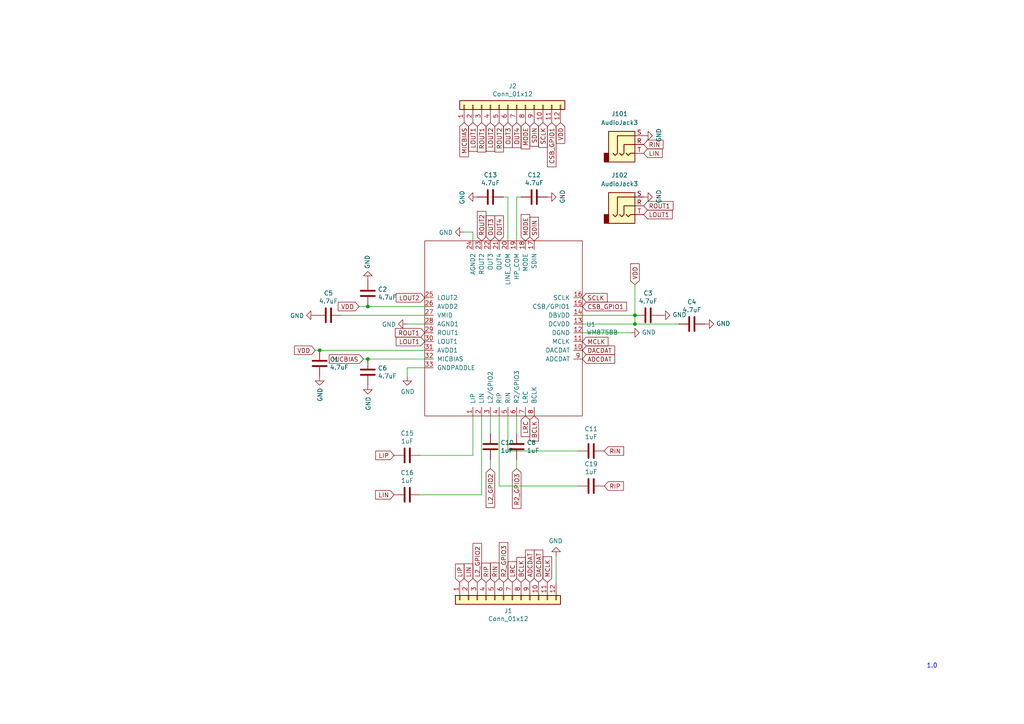
<source format=kicad_sch>
(kicad_sch (version 20211123) (generator eeschema)
  (paper "A4")
  (lib_symbols
    (symbol "Connector:AudioJack3"
      (property "Reference" "J" (at 0 8.89 0))
      (property "Value" "AudioJack3" (at 0 6.35 0))
      (symbol "AudioJack3_0_1"
        (rectangle (start -5.08 -5.08) (end -6.35 -2.54) (stroke (width 0.254)) (fill (type outline)))
        (polyline (pts (xy 0 -2.54) (xy 0.635 -3.175) (xy 1.27 -2.54) (xy 2.54 -2.54)) (stroke (width 0.254)))
        (polyline (pts (xy -1.905 -2.54) (xy -1.27 -3.175) (xy -0.635 -2.54) (xy -0.635 0) (xy 2.54 0)) (stroke (width 0.254)))
        (polyline (pts (xy 2.54 2.54) (xy -2.54 2.54) (xy -2.54 -2.54) (xy -3.175 -3.175) (xy -3.81 -2.54)) (stroke (width 0.254)))
        (rectangle (start 2.54 3.81) (end -5.08 -5.08) (stroke (width 0.254)) (fill (type background)))
      )
      (symbol "AudioJack3_1_1"
        (pin passive line (at 5.08 0 180) (length 2.54) (name "~") (number "R"))
        (pin passive line (at 5.08 2.54 180) (length 2.54) (name "~") (number "S"))
        (pin passive line (at 5.08 -2.54 180) (length 2.54) (name "~") (number "T"))
      )
    )
    (symbol "Connector_Generic:Conn_01x12" (pin_names (offset 1.016) hide)
      (property "Reference" "J" (at 0 15.24 0))
      (property "Value" "Conn_01x12" (at 0 -17.78 0))
      (symbol "Conn_01x12_1_1"
        (rectangle (start -1.27 -15.113) (end 0 -15.367) (stroke (width 0.1524)))
        (rectangle (start -1.27 -12.573) (end 0 -12.827) (stroke (width 0.1524)))
        (rectangle (start -1.27 -10.033) (end 0 -10.287) (stroke (width 0.1524)))
        (rectangle (start -1.27 -7.493) (end 0 -7.747) (stroke (width 0.1524)))
        (rectangle (start -1.27 -4.953) (end 0 -5.207) (stroke (width 0.1524)))
        (rectangle (start -1.27 -2.413) (end 0 -2.667) (stroke (width 0.1524)))
        (rectangle (start -1.27 0.127) (end 0 -0.127) (stroke (width 0.1524)))
        (rectangle (start -1.27 2.667) (end 0 2.413) (stroke (width 0.1524)))
        (rectangle (start -1.27 5.207) (end 0 4.953) (stroke (width 0.1524)))
        (rectangle (start -1.27 7.747) (end 0 7.493) (stroke (width 0.1524)))
        (rectangle (start -1.27 10.287) (end 0 10.033) (stroke (width 0.1524)))
        (rectangle (start -1.27 12.827) (end 0 12.573) (stroke (width 0.1524)))
        (rectangle (start -1.27 13.97) (end 1.27 -16.51) (stroke (width 0.254)) (fill (type background)))
        (pin passive line (at -5.08 12.7 0) (length 3.81) (name "Pin_1") (number "1"))
        (pin passive line (at -5.08 -10.16 0) (length 3.81) (name "Pin_10") (number "10"))
        (pin passive line (at -5.08 -12.7 0) (length 3.81) (name "Pin_11") (number "11"))
        (pin passive line (at -5.08 -15.24 0) (length 3.81) (name "Pin_12") (number "12"))
        (pin passive line (at -5.08 10.16 0) (length 3.81) (name "Pin_2") (number "2"))
        (pin passive line (at -5.08 7.62 0) (length 3.81) (name "Pin_3") (number "3"))
        (pin passive line (at -5.08 5.08 0) (length 3.81) (name "Pin_4") (number "4"))
        (pin passive line (at -5.08 2.54 0) (length 3.81) (name "Pin_5") (number "5"))
        (pin passive line (at -5.08 0 0) (length 3.81) (name "Pin_6") (number "6"))
        (pin passive line (at -5.08 -2.54 0) (length 3.81) (name "Pin_7") (number "7"))
        (pin passive line (at -5.08 -5.08 0) (length 3.81) (name "Pin_8") (number "8"))
        (pin passive line (at -5.08 -7.62 0) (length 3.81) (name "Pin_9") (number "9"))
      )
    )
    (symbol "Device:C" (pin_numbers hide) (pin_names (offset 0.254))
      (property "Reference" "C" (at 0.635 2.54 0))
      (property "Value" "C" (at 0.635 -2.54 0))
      (symbol "C_0_1"
        (polyline (pts (xy -2.032 -0.762) (xy 2.032 -0.762)) (stroke (width 0.508)))
        (polyline (pts (xy -2.032 0.762) (xy 2.032 0.762)) (stroke (width 0.508)))
      )
      (symbol "C_1_1"
        (pin passive line (at 0 3.81 270) (length 2.794) (name "~") (number "1"))
        (pin passive line (at 0 -3.81 90) (length 2.794) (name "~") (number "2"))
      )
    )
    (symbol "WM8758B_breakout:WM8758B" (pin_names (offset 1.016))
      (property "Reference" "U" (at -21.59 26.67 0))
      (property "Value" "WM8758B" (at 19.05 -26.67 0))
      (symbol "WM8758B_0_1"
        (rectangle (start -22.86 25.4) (end 22.86 -25.4))
      )
      (symbol "WM8758B_1_1"
        (pin unspecified line (at -8.89 -25.4 90) (length 2.54) (name "LIP") (number "1"))
        (pin unspecified line (at 22.86 -6.35 180) (length 2.54) (name "DACDAT") (number "10"))
        (pin unspecified line (at 22.86 -3.81 180) (length 2.54) (name "MCLK") (number "11"))
        (pin unspecified line (at 22.86 -1.27 180) (length 2.54) (name "DGND") (number "12"))
        (pin unspecified line (at 22.86 1.27 180) (length 2.54) (name "DCVDD") (number "13"))
        (pin unspecified line (at 22.86 3.81 180) (length 2.54) (name "DBVDD") (number "14"))
        (pin unspecified line (at 22.86 6.35 180) (length 2.54) (name "CSB/GPIO1") (number "15"))
        (pin unspecified line (at 22.86 8.89 180) (length 2.54) (name "SCLK") (number "16"))
        (pin unspecified line (at 8.89 25.4 270) (length 2.54) (name "SDIN") (number "17"))
        (pin unspecified line (at 6.35 25.4 270) (length 2.54) (name "MODE") (number "18"))
        (pin unspecified line (at 3.81 25.4 270) (length 2.54) (name "HP_COM") (number "19"))
        (pin unspecified line (at -6.35 -25.4 90) (length 2.54) (name "LIN") (number "2"))
        (pin unspecified line (at 1.27 25.4 270) (length 2.54) (name "LINE_COM") (number "20"))
        (pin unspecified line (at -1.27 25.4 270) (length 2.54) (name "OUT4") (number "21"))
        (pin unspecified line (at -3.81 25.4 270) (length 2.54) (name "OUT3") (number "22"))
        (pin unspecified line (at -6.35 25.4 270) (length 2.54) (name "ROUT2") (number "23"))
        (pin unspecified line (at -8.89 25.4 270) (length 2.54) (name "AGND2") (number "24"))
        (pin unspecified line (at -22.86 8.89 0) (length 2.54) (name "LOUT2") (number "25"))
        (pin unspecified line (at -22.86 6.35 0) (length 2.54) (name "AVDD2") (number "26"))
        (pin unspecified line (at -22.86 3.81 0) (length 2.54) (name "VMID") (number "27"))
        (pin unspecified line (at -22.86 1.27 0) (length 2.54) (name "AGND1") (number "28"))
        (pin unspecified line (at -22.86 -1.27 0) (length 2.54) (name "ROUT1") (number "29"))
        (pin unspecified line (at -3.81 -25.4 90) (length 2.54) (name "L2/GPIO2") (number "3"))
        (pin unspecified line (at -22.86 -3.81 0) (length 2.54) (name "LOUT1") (number "30"))
        (pin unspecified line (at -22.86 -6.35 0) (length 2.54) (name "AVDD1") (number "31"))
        (pin unspecified line (at -22.86 -8.89 0) (length 2.54) (name "MICBIAS") (number "32"))
        (pin unspecified line (at -22.86 -11.43 0) (length 2.54) (name "GNDPADDLE") (number "33"))
        (pin unspecified line (at -1.27 -25.4 90) (length 2.54) (name "RIP") (number "4"))
        (pin unspecified line (at 1.27 -25.4 90) (length 2.54) (name "RIN") (number "5"))
        (pin unspecified line (at 3.81 -25.4 90) (length 2.54) (name "R2/GPIO3") (number "6"))
        (pin unspecified line (at 6.35 -25.4 90) (length 2.54) (name "LRC") (number "7"))
        (pin unspecified line (at 8.89 -25.4 90) (length 2.54) (name "BCLK") (number "8"))
        (pin unspecified line (at 22.86 -8.89 180) (length 2.54) (name "ADCDAT") (number "9"))
      )
    )
    (symbol "power:GND" (power) (pin_names (offset 0))
      (property "Value" "GND" (at 0 -3.81 0))
      (symbol "GND_0_1"
        (polyline (pts (xy 0 0) (xy 0 -1.27) (xy 1.27 -1.27) (xy 0 -2.54) (xy -1.27 -1.27) (xy 0 -1.27)))
      )
      (symbol "GND_1_1"
        (pin power_in line (at 0 0 270) (length 0) hide (name "GND") (number "1"))
      )
    )
  )
  (junction (at 106.68 88.9))
  (junction (at 106.68 104.14))
  (junction (at 92.71 101.6))
  (junction (at 184.15 91.44))
  (junction (at 184.15 93.98))
  (wire (pts (xy 161.29 161.29) (xy 161.29 168.91)))
  (wire (pts (xy 167.64 140.97) (xy 144.78 140.97)))
  (wire (pts (xy 121.92 132.08) (xy 137.16 132.08)))
  (wire (pts (xy 147.32 57.15) (xy 146.05 57.15)))
  (wire (pts (xy 139.7 143.51) (xy 139.7 120.65)))
  (wire (pts (xy 184.15 82.55) (xy 184.15 91.44)))
  (wire (pts (xy 147.32 69.85) (xy 147.32 57.15)))
  (wire (pts (xy 118.11 106.68) (xy 123.19 106.68)))
  (wire (pts (xy 142.24 133.35) (xy 142.24 135.89)))
  (wire (pts (xy 184.15 91.44) (xy 184.15 93.98)))
  (wire (pts (xy 137.16 132.08) (xy 137.16 120.65)))
  (wire (pts (xy 144.78 140.97) (xy 144.78 120.65)))
  (wire (pts (xy 184.15 93.98) (xy 196.85 93.98)))
  (wire (pts (xy 106.68 88.9) (xy 123.19 88.9)))
  (wire (pts (xy 134.62 67.31) (xy 137.16 67.31)))
  (wire (pts (xy 149.86 69.85) (xy 149.86 57.15)))
  (wire (pts (xy 104.14 88.9) (xy 106.68 88.9)))
  (wire (pts (xy 182.88 96.52) (xy 168.91 96.52)))
  (wire (pts (xy 142.24 125.73) (xy 142.24 120.65)))
  (wire (pts (xy 92.71 101.6) (xy 123.19 101.6)))
  (wire (pts (xy 118.11 93.98) (xy 123.19 93.98)))
  (wire (pts (xy 105.41 104.14) (xy 106.68 104.14)))
  (wire (pts (xy 168.91 91.44) (xy 184.15 91.44)))
  (wire (pts (xy 168.91 93.98) (xy 184.15 93.98)))
  (wire (pts (xy 91.44 101.6) (xy 92.71 101.6)))
  (wire (pts (xy 149.86 125.73) (xy 149.86 120.65)))
  (wire (pts (xy 167.64 130.81) (xy 147.32 130.81)))
  (wire (pts (xy 137.16 67.31) (xy 137.16 69.85)))
  (wire (pts (xy 149.86 57.15) (xy 151.13 57.15)))
  (wire (pts (xy 121.92 143.51) (xy 139.7 143.51)))
  (wire (pts (xy 147.32 130.81) (xy 147.32 120.65)))
  (wire (pts (xy 99.06 91.44) (xy 123.19 91.44)))
  (wire (pts (xy 106.68 104.14) (xy 123.19 104.14)))
  (wire (pts (xy 118.11 109.22) (xy 118.11 106.68)))
  (wire (pts (xy 149.86 133.35) (xy 149.86 135.89)))
  (text "1.0\n" (at 268.732 193.9544 0) (effects (font (size 1.27 1.27)) (justify left bottom)))
  (global_label "LOUT1" (shape input) (at 137.16 35.56 270) (property "Intersheet References" "${INTERSHEET_REFS}" (effects hide)))
  (global_label "R2_GPIO3" (shape input) (at 149.86 135.89 270) (property "Intersheet References" "${INTERSHEET_REFS}" (effects hide)))
  (global_label "LOUT1" (shape input) (at 123.19 99.06 180) (property "Intersheet References" "${INTERSHEET_REFS}" (effects hide)))
  (global_label "ROUT1" (shape input) (at 186.69 59.69 0) (property "Intersheet References" "${INTERSHEET_REFS}" (effects hide)))
  (global_label "MODE" (shape input) (at 152.4 69.85 90) (property "Intersheet References" "${INTERSHEET_REFS}" (effects hide)))
  (global_label "ROUT1" (shape input) (at 123.19 96.52 180) (property "Intersheet References" "${INTERSHEET_REFS}" (effects hide)))
  (global_label "CSB_GPIO1" (shape input) (at 160.02 35.56 270) (property "Intersheet References" "${INTERSHEET_REFS}" (effects hide)))
  (global_label "L2_GPIO2" (shape input) (at 138.43 168.91 90) (property "Intersheet References" "${INTERSHEET_REFS}" (effects hide)))
  (global_label "ROUT2" (shape input) (at 139.7 69.85 90) (property "Intersheet References" "${INTERSHEET_REFS}" (effects hide)))
  (global_label "LIN" (shape input) (at 135.89 168.91 90) (property "Intersheet References" "${INTERSHEET_REFS}" (effects hide)))
  (global_label "CSB_GPIO1" (shape input) (at 168.91 88.9 0) (property "Intersheet References" "${INTERSHEET_REFS}" (effects hide)))
  (global_label "BCLK" (shape input) (at 154.94 120.65 270) (property "Intersheet References" "${INTERSHEET_REFS}" (effects hide)))
  (global_label "ADCDAT" (shape input) (at 153.67 168.91 90) (property "Intersheet References" "${INTERSHEET_REFS}" (effects hide)))
  (global_label "RIN" (shape input) (at 186.69 41.91 0) (property "Intersheet References" "${INTERSHEET_REFS}" (effects hide)))
  (global_label "RIP" (shape input) (at 175.26 140.97 0) (property "Intersheet References" "${INTERSHEET_REFS}" (effects hide)))
  (global_label "DACDAT" (shape input) (at 168.91 101.6 0) (property "Intersheet References" "${INTERSHEET_REFS}" (effects hide)))
  (global_label "MCLK" (shape input) (at 168.91 99.06 0) (property "Intersheet References" "${INTERSHEET_REFS}" (effects hide)))
  (global_label "LIN" (shape input) (at 114.3 143.51 180) (property "Intersheet References" "${INTERSHEET_REFS}" (effects hide)))
  (global_label "SCLK" (shape input) (at 168.91 86.36 0) (property "Intersheet References" "${INTERSHEET_REFS}" (effects hide)))
  (global_label "RIP" (shape input) (at 140.97 168.91 90) (property "Intersheet References" "${INTERSHEET_REFS}" (effects hide)))
  (global_label "LIP" (shape input) (at 133.35 168.91 90) (property "Intersheet References" "${INTERSHEET_REFS}" (effects hide)))
  (global_label "RIN" (shape input) (at 143.51 168.91 90) (property "Intersheet References" "${INTERSHEET_REFS}" (effects hide)))
  (global_label "RIN" (shape input) (at 175.26 130.81 0) (property "Intersheet References" "${INTERSHEET_REFS}" (effects hide)))
  (global_label "OUT4" (shape input) (at 149.86 35.56 270) (property "Intersheet References" "${INTERSHEET_REFS}" (effects hide)))
  (global_label "ROUT2" (shape input) (at 144.78 35.56 270) (property "Intersheet References" "${INTERSHEET_REFS}" (effects hide)))
  (global_label "LOUT2" (shape input) (at 142.24 35.56 270) (property "Intersheet References" "${INTERSHEET_REFS}" (effects hide)))
  (global_label "ROUT1" (shape input) (at 139.7 35.56 270) (property "Intersheet References" "${INTERSHEET_REFS}" (effects hide)))
  (global_label "OUT4" (shape input) (at 144.78 69.85 90) (property "Intersheet References" "${INTERSHEET_REFS}" (effects hide)))
  (global_label "L2_GPIO2" (shape input) (at 142.24 135.89 270) (property "Intersheet References" "${INTERSHEET_REFS}" (effects hide)))
  (global_label "MCLK" (shape input) (at 158.75 168.91 90) (property "Intersheet References" "${INTERSHEET_REFS}" (effects hide)))
  (global_label "LOUT2" (shape input) (at 123.19 86.36 180) (property "Intersheet References" "${INTERSHEET_REFS}" (effects hide)))
  (global_label "VDD" (shape input) (at 91.44 101.6 180) (property "Intersheet References" "${INTERSHEET_REFS}" (effects hide)))
  (global_label "LOUT1" (shape input) (at 186.69 62.23 0) (property "Intersheet References" "${INTERSHEET_REFS}" (effects hide)))
  (global_label "OUT3" (shape input) (at 147.32 35.56 270) (property "Intersheet References" "${INTERSHEET_REFS}" (effects hide)))
  (global_label "SCLK" (shape input) (at 157.48 35.56 270) (property "Intersheet References" "${INTERSHEET_REFS}" (effects hide)))
  (global_label "ADCDAT" (shape input) (at 168.91 104.14 0) (property "Intersheet References" "${INTERSHEET_REFS}" (effects hide)))
  (global_label "R2_GPIO3" (shape input) (at 146.05 168.91 90) (property "Intersheet References" "${INTERSHEET_REFS}" (effects hide)))
  (global_label "VDD" (shape input) (at 104.14 88.9 180) (property "Intersheet References" "${INTERSHEET_REFS}" (effects hide)))
  (global_label "LIP" (shape input) (at 114.3 132.08 180) (property "Intersheet References" "${INTERSHEET_REFS}" (effects hide)))
  (global_label "VDD" (shape input) (at 184.15 82.55 90) (property "Intersheet References" "${INTERSHEET_REFS}" (effects hide)))
  (global_label "BCLK" (shape input) (at 151.13 168.91 90) (property "Intersheet References" "${INTERSHEET_REFS}" (effects hide)))
  (global_label "LRC" (shape input) (at 152.4 120.65 270) (property "Intersheet References" "${INTERSHEET_REFS}" (effects hide)))
  (global_label "SDIN" (shape input) (at 154.94 69.85 90) (property "Intersheet References" "${INTERSHEET_REFS}" (effects hide)))
  (global_label "DACDAT" (shape input) (at 156.21 168.91 90) (property "Intersheet References" "${INTERSHEET_REFS}" (effects hide)))
  (global_label "MICBIAS" (shape input) (at 105.41 104.14 180) (property "Intersheet References" "${INTERSHEET_REFS}" (effects hide)))
  (global_label "LRC" (shape input) (at 148.59 168.91 90) (property "Intersheet References" "${INTERSHEET_REFS}" (effects hide)))
  (global_label "MODE" (shape input) (at 152.4 35.56 270) (property "Intersheet References" "${INTERSHEET_REFS}" (effects hide)))
  (global_label "VDD" (shape input) (at 162.56 35.56 270) (property "Intersheet References" "${INTERSHEET_REFS}" (effects hide)))
  (global_label "MICBIAS" (shape input) (at 134.62 35.56 270) (property "Intersheet References" "${INTERSHEET_REFS}" (effects hide)))
  (global_label "LIN" (shape input) (at 186.69 44.45 0) (property "Intersheet References" "${INTERSHEET_REFS}" (effects hide)))
  (global_label "OUT3" (shape input) (at 142.24 69.85 90) (property "Intersheet References" "${INTERSHEET_REFS}" (effects hide)))
  (global_label "SDIN" (shape input) (at 154.94 35.56 270) (property "Intersheet References" "${INTERSHEET_REFS}" (effects hide)))
  (symbol (lib_id "Device:C") (at 118.11 132.08 270) (unit 1)
    (property "Reference" "C15" (at 118.11 125.6792 90))
    (property "Value" "1uF" (at 118.11 127.9906 90))
    (property "Footprint" "Capacitor_SMD:C_0603_1608Metric" (effects hide))
    (property "LCSC Part" "C15849" (effects hide))
  )
  (symbol (lib_id "Device:C") (at 118.11 143.51 270) (unit 1)
    (property "Reference" "C16" (at 118.11 137.1092 90))
    (property "Value" "1uF" (at 118.11 139.4206 90))
    (property "Footprint" "Capacitor_SMD:C_0603_1608Metric" (effects hide))
    (property "LCSC Part" "C15849" (effects hide))
  )
  (symbol (lib_id "Device:C") (at 171.45 130.81 270) (unit 1)
    (property "Reference" "C11" (at 171.45 124.4092 90))
    (property "Value" "1uF" (at 171.45 126.7206 90))
    (property "Footprint" "Capacitor_SMD:C_0603_1608Metric" (effects hide))
    (property "LCSC Part" "C15849" (effects hide))
  )
  (symbol (lib_id "Device:C") (at 171.45 140.97 270) (unit 1)
    (property "Reference" "C19" (at 171.45 134.5692 90))
    (property "Value" "1uF" (at 171.45 136.8806 90))
    (property "Footprint" "Capacitor_SMD:C_0603_1608Metric" (effects hide))
    (property "LCSC Part" "C15849" (effects hide))
  )
  (symbol (lib_id "WM8758B_breakout:WM8758B") (at 146.05 95.25 0) (unit 1)
    (property "Reference" "U1" (at 170.0276 94.0816 0) (effects (justify left)))
    (property "Value" "WM8758B" (at 170.0276 96.393 0) (effects (justify left)))
    (property "Footprint" "WM8758B_breakout:WM8758B" (effects hide))
    (property "LCSC Part" "C323840" (effects hide))
  )
  (symbol (lib_id "Connector_Generic:Conn_01x12") (at 146.05 173.99 90) (mirror x) (unit 1)
    (property "Reference" "J1" (at 147.4216 177.165 90))
    (property "Value" "Conn_01x12" (at 147.4216 179.4764 90))
    (property "Footprint" "Connector_PinSocket_2.54mm:PinSocket_1x12_P2.54mm_Vertical" (effects hide))
    (property "JLCPCB BOM" "False" (effects hide))
  )
  (symbol (lib_id "Connector_Generic:Conn_01x12") (at 147.32 30.48 90) (unit 1)
    (property "Reference" "J2" (at 148.6916 24.9682 90))
    (property "Value" "Conn_01x12" (at 148.6916 27.2796 90))
    (property "Footprint" "Connector_PinSocket_2.54mm:PinSocket_1x12_P2.54mm_Vertical" (effects hide))
    (property "JLCPCB BOM" "False" (effects hide))
  )
  (symbol (lib_id "Device:C") (at 200.66 93.98 270) (unit 1)
    (property "Reference" "C4" (at 200.66 87.5792 90))
    (property "Value" "4.7uF" (at 200.66 89.8906 90))
    (property "Footprint" "Capacitor_SMD:C_0603_1608Metric" (effects hide))
    (property "LCSC Part" "C19666" (effects hide))
  )
  (symbol (lib_id "Device:C") (at 187.96 91.44 270) (unit 1)
    (property "Reference" "C3" (at 187.96 85.0392 90))
    (property "Value" "4.7uF" (at 187.96 87.3506 90))
    (property "Footprint" "Capacitor_SMD:C_0603_1608Metric" (effects hide))
    (property "LCSC Part" "C19666" (effects hide))
  )
  (symbol (lib_id "Device:C") (at 106.68 85.09 180) (unit 1)
    (property "Reference" "C2" (at 109.601 83.9216 0) (effects (justify right)))
    (property "Value" "4.7uF" (at 109.601 86.233 0) (effects (justify right)))
    (property "Footprint" "Capacitor_SMD:C_0603_1608Metric" (effects hide))
    (property "LCSC Part" "C19666" (effects hide))
  )
  (symbol (lib_id "Device:C") (at 92.71 105.41 0) (unit 1)
    (property "Reference" "C1" (at 95.631 104.2416 0) (effects (justify left)))
    (property "Value" "4.7uF" (at 95.631 106.553 0) (effects (justify left)))
    (property "Footprint" "Capacitor_SMD:C_0603_1608Metric" (effects hide))
    (property "LCSC Part" "C19666" (effects hide))
  )
  (symbol (lib_id "Device:C") (at 106.68 107.95 0) (unit 1)
    (property "Reference" "C6" (at 109.601 106.7816 0) (effects (justify left)))
    (property "Value" "4.7uF" (at 109.601 109.093 0) (effects (justify left)))
    (property "Footprint" "Capacitor_SMD:C_0603_1608Metric" (effects hide))
    (property "LCSC Part" "C19666" (effects hide))
  )
  (symbol (lib_id "Device:C") (at 95.25 91.44 270) (unit 1)
    (property "Reference" "C5" (at 95.25 85.0392 90))
    (property "Value" "4.7uF" (at 95.25 87.3506 90))
    (property "Footprint" "Capacitor_SMD:C_0603_1608Metric" (effects hide))
    (property "LCSC Part" "C19666" (effects hide))
  )
  (symbol (lib_id "power:GND") (at 191.77 91.44 90) (unit 1)
    (property "Reference" "#PWR012" (effects hide))
    (property "Value" "GND" (at 195.0212 91.313 90) (effects (justify right)))
  )
  (symbol (lib_id "power:GND") (at 204.47 93.98 90) (unit 1)
    (property "Reference" "#PWR013" (effects hide))
    (property "Value" "GND" (at 207.7212 93.853 90) (effects (justify right)))
  )
  (symbol (lib_id "power:GND") (at 92.71 109.22 0) (unit 1)
    (property "Reference" "#PWR02" (effects hide))
    (property "Value" "GND" (at 92.837 112.4712 90) (effects (justify right)))
  )
  (symbol (lib_id "power:GND") (at 106.68 81.28 180) (unit 1)
    (property "Reference" "#PWR03" (effects hide))
    (property "Value" "GND" (at 106.553 78.0288 90) (effects (justify right)))
  )
  (symbol (lib_id "power:GND") (at 106.68 111.76 0) (unit 1)
    (property "Reference" "#PWR04" (effects hide))
    (property "Value" "GND" (at 106.807 115.0112 90) (effects (justify right)))
  )
  (symbol (lib_id "power:GND") (at 91.44 91.44 270) (unit 1)
    (property "Reference" "#PWR01" (effects hide))
    (property "Value" "GND" (at 88.1888 91.567 90) (effects (justify right)))
  )
  (symbol (lib_id "power:GND") (at 134.62 67.31 270) (unit 1)
    (property "Reference" "#PWR08" (effects hide))
    (property "Value" "GND" (at 131.3688 67.437 90) (effects (justify right)))
  )
  (symbol (lib_id "power:GND") (at 118.11 93.98 270) (unit 1)
    (property "Reference" "#PWR05" (effects hide))
    (property "Value" "GND" (at 114.8588 94.107 90) (effects (justify right)))
  )
  (symbol (lib_id "power:GND") (at 182.88 96.52 90) (unit 1)
    (property "Reference" "#PWR011" (effects hide))
    (property "Value" "GND" (at 186.1312 96.393 90) (effects (justify right)))
  )
  (symbol (lib_id "power:GND") (at 118.11 109.22 0) (unit 1)
    (property "Reference" "#PWR06" (effects hide))
    (property "Value" "GND" (at 118.237 113.6142 0))
  )
  (symbol (lib_id "Device:C") (at 142.24 57.15 270) (unit 1)
    (property "Reference" "C13" (at 142.24 50.7492 90))
    (property "Value" "4.7uF" (at 142.24 53.0606 90))
    (property "Footprint" "Capacitor_SMD:C_0603_1608Metric" (effects hide))
    (property "LCSC Part" "C19666" (effects hide))
  )
  (symbol (lib_id "Device:C") (at 154.94 57.15 270) (unit 1)
    (property "Reference" "C12" (at 154.94 50.7492 90))
    (property "Value" "4.7uF" (at 154.94 53.0606 90))
    (property "Footprint" "Capacitor_SMD:C_0603_1608Metric" (effects hide))
    (property "LCSC Part" "C19666" (effects hide))
  )
  (symbol (lib_id "power:GND") (at 138.43 57.15 270) (unit 1)
    (property "Reference" "#PWR07" (effects hide))
    (property "Value" "GND" (at 134.0358 57.277 0))
  )
  (symbol (lib_id "power:GND") (at 158.75 57.15 90) (unit 1)
    (property "Reference" "#PWR010" (effects hide))
    (property "Value" "GND" (at 163.1442 57.023 0))
  )
  (symbol (lib_id "power:GND") (at 161.29 161.29 180) (unit 1)
    (property "Reference" "#PWR09" (effects hide))
    (property "Value" "GND" (at 161.163 156.8958 0))
  )
  (symbol (lib_id "Device:C") (at 142.24 129.54 0) (unit 1)
    (property "Reference" "C10" (at 145.161 128.3716 0) (effects (justify left)))
    (property "Value" "1uF" (at 145.161 130.683 0) (effects (justify left)))
    (property "Footprint" "Capacitor_SMD:C_0603_1608Metric" (effects hide))
    (property "LCSC Part" "C15849" (effects hide))
  )
  (symbol (lib_id "Device:C") (at 149.86 129.54 0) (unit 1)
    (property "Reference" "C8" (at 152.781 128.3716 0) (effects (justify left)))
    (property "Value" "1uF" (at 152.781 130.683 0) (effects (justify left)))
    (property "Footprint" "Capacitor_SMD:C_0603_1608Metric" (effects hide))
    (property "LCSC Part" "C15849" (effects hide))
  )
  (symbol (lib_id "Connector:AudioJack3") (at 181.61 59.69 0) (unit 1)
    (property "Reference" "J102" (at 179.705 50.8 0))
    (property "Value" "AudioJack3" (at 179.705 53.34 0))
    (property "Footprint" "WM8758B_breakout:PJ-320B-3A" (effects hide))
    (property "LCSC Part" "C707224" (effects hide))
  )
  (symbol (lib_id "power:GND") (at 186.69 39.37 90) (unit 1)
    (property "Reference" "#PWR0101" (effects hide))
    (property "Value" "GND" (at 191.0842 39.243 0))
  )
  (symbol (lib_id "Connector:AudioJack3") (at 181.61 41.91 0) (unit 1)
    (property "Reference" "J101" (at 179.705 33.02 0))
    (property "Value" "AudioJack3" (at 179.705 35.56 0))
    (property "Footprint" "WM8758B_breakout:PJ-320B-3A" (effects hide))
    (property "LCSC Part" "C707224" (effects hide))
  )
  (symbol (lib_id "power:GND") (at 186.69 57.15 90) (unit 1)
    (property "Reference" "#PWR0102" (effects hide))
    (property "Value" "GND" (at 191.0842 57.023 0))
  )
)
</source>
